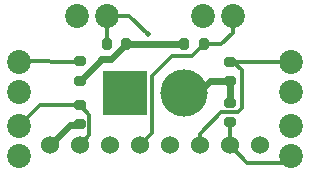
<source format=gbr>
%TF.GenerationSoftware,KiCad,Pcbnew,8.0.4*%
%TF.CreationDate,2024-10-21T10:59:18-07:00*%
%TF.ProjectId,adapter,61646170-7465-4722-9e6b-696361645f70,rev?*%
%TF.SameCoordinates,Original*%
%TF.FileFunction,Copper,L2,Bot*%
%TF.FilePolarity,Positive*%
%FSLAX46Y46*%
G04 Gerber Fmt 4.6, Leading zero omitted, Abs format (unit mm)*
G04 Created by KiCad (PCBNEW 8.0.4) date 2024-10-21 10:59:18*
%MOMM*%
%LPD*%
G01*
G04 APERTURE LIST*
G04 Aperture macros list*
%AMRoundRect*
0 Rectangle with rounded corners*
0 $1 Rounding radius*
0 $2 $3 $4 $5 $6 $7 $8 $9 X,Y pos of 4 corners*
0 Add a 4 corners polygon primitive as box body*
4,1,4,$2,$3,$4,$5,$6,$7,$8,$9,$2,$3,0*
0 Add four circle primitives for the rounded corners*
1,1,$1+$1,$2,$3*
1,1,$1+$1,$4,$5*
1,1,$1+$1,$6,$7*
1,1,$1+$1,$8,$9*
0 Add four rect primitives between the rounded corners*
20,1,$1+$1,$2,$3,$4,$5,0*
20,1,$1+$1,$4,$5,$6,$7,0*
20,1,$1+$1,$6,$7,$8,$9,0*
20,1,$1+$1,$8,$9,$2,$3,0*%
G04 Aperture macros list end*
%TA.AperFunction,ComponentPad*%
%ADD10C,2.020000*%
%TD*%
%TA.AperFunction,ComponentPad*%
%ADD11R,3.800000X3.800000*%
%TD*%
%TA.AperFunction,ComponentPad*%
%ADD12C,4.000000*%
%TD*%
%TA.AperFunction,ComponentPad*%
%ADD13C,1.524000*%
%TD*%
%TA.AperFunction,SMDPad,CuDef*%
%ADD14RoundRect,0.200000X0.275000X-0.200000X0.275000X0.200000X-0.275000X0.200000X-0.275000X-0.200000X0*%
%TD*%
%TA.AperFunction,SMDPad,CuDef*%
%ADD15RoundRect,0.200000X-0.200000X-0.275000X0.200000X-0.275000X0.200000X0.275000X-0.200000X0.275000X0*%
%TD*%
%TA.AperFunction,SMDPad,CuDef*%
%ADD16RoundRect,0.200000X0.200000X0.275000X-0.200000X0.275000X-0.200000X-0.275000X0.200000X-0.275000X0*%
%TD*%
%TA.AperFunction,SMDPad,CuDef*%
%ADD17RoundRect,0.200000X-0.275000X0.200000X-0.275000X-0.200000X0.275000X-0.200000X0.275000X0.200000X0*%
%TD*%
%TA.AperFunction,ViaPad*%
%ADD18C,0.500000*%
%TD*%
%TA.AperFunction,Conductor*%
%ADD19C,0.300000*%
%TD*%
%TA.AperFunction,Conductor*%
%ADD20C,0.200000*%
%TD*%
%TA.AperFunction,Conductor*%
%ADD21C,0.600000*%
%TD*%
G04 APERTURE END LIST*
D10*
%TO.P,J5,1*%
%TO.N,Data3*%
X84900000Y-81150000D03*
%TO.P,J5,2*%
%TO.N,GND*%
X82360000Y-81150000D03*
%TD*%
%TO.P,J3,1*%
%TO.N,Data1*%
X77500000Y-85050000D03*
%TO.P,J3,2*%
%TO.N,GND*%
X77500000Y-87590000D03*
%TD*%
%TO.P,J7,1*%
%TO.N,Data5*%
X100500000Y-93040000D03*
%TO.P,J7,2*%
%TO.N,GND*%
X100500000Y-90500000D03*
%TD*%
D11*
%TO.P,J8,1,1*%
%TO.N,GND*%
X86450000Y-87750000D03*
D12*
%TO.P,J8,2,2*%
%TO.N,+3.3V*%
X91450000Y-87750000D03*
%TD*%
D10*
%TO.P,J6,1*%
%TO.N,Data4*%
X100500000Y-85060000D03*
%TO.P,J6,2*%
%TO.N,GND*%
X100500000Y-87600000D03*
%TD*%
D13*
%TO.P,J1,1,1*%
%TO.N,+3.3V*%
X80060000Y-92100000D03*
%TO.P,J1,2,2*%
%TO.N,Data0*%
X82600000Y-92100000D03*
%TO.P,J1,3,3*%
%TO.N,Data1*%
X85140000Y-92100000D03*
%TO.P,J1,4,4*%
%TO.N,Data2*%
X87680000Y-92100000D03*
%TO.P,J1,5,5*%
%TO.N,Data3*%
X90220000Y-92100000D03*
%TO.P,J1,6,6*%
%TO.N,Data4*%
X92760000Y-92100000D03*
%TO.P,J1,7,7*%
%TO.N,Data5*%
X95300000Y-92100000D03*
%TO.P,J1,8,8*%
%TO.N,GND*%
X97840000Y-92100000D03*
%TD*%
D10*
%TO.P,J4,1*%
%TO.N,Data2*%
X95590000Y-81150000D03*
%TO.P,J4,2*%
%TO.N,GND*%
X93050000Y-81150000D03*
%TD*%
%TO.P,J2,1*%
%TO.N,Data0*%
X77500000Y-90500000D03*
%TO.P,J2,2*%
%TO.N,GND*%
X77500000Y-93040000D03*
%TD*%
D14*
%TO.P,R5,1*%
%TO.N,+3.3V*%
X95300000Y-86700000D03*
%TO.P,R5,2*%
%TO.N,Data4*%
X95300000Y-85050000D03*
%TD*%
D15*
%TO.P,R3,1*%
%TO.N,+3.3V*%
X91450000Y-83600000D03*
%TO.P,R3,2*%
%TO.N,Data2*%
X93100000Y-83600000D03*
%TD*%
D14*
%TO.P,R2,1*%
%TO.N,+3.3V*%
X82600000Y-86675000D03*
%TO.P,R2,2*%
%TO.N,Data1*%
X82600000Y-85025000D03*
%TD*%
D16*
%TO.P,R4,1*%
%TO.N,+3.3V*%
X86550000Y-83600000D03*
%TO.P,R4,2*%
%TO.N,Data3*%
X84900000Y-83600000D03*
%TD*%
D17*
%TO.P,R6,1*%
%TO.N,+3.3V*%
X95300000Y-88550000D03*
%TO.P,R6,2*%
%TO.N,Data5*%
X95300000Y-90200000D03*
%TD*%
D14*
%TO.P,R1,1*%
%TO.N,+3.3V*%
X82600000Y-90375000D03*
%TO.P,R1,2*%
%TO.N,Data0*%
X82600000Y-88725000D03*
%TD*%
D18*
%TO.N,Data1*%
X82600000Y-85050000D03*
%TO.N,Data3*%
X88400000Y-82750000D03*
%TO.N,+3.3V*%
X82600000Y-90400000D03*
X82600000Y-86700000D03*
X91450000Y-83600000D03*
%TD*%
D19*
%TO.N,Data0*%
X83425000Y-89550000D02*
X83425000Y-91275000D01*
X83425000Y-91275000D02*
X82600000Y-92100000D01*
X82600000Y-88725000D02*
X83425000Y-89550000D01*
X82600000Y-88725000D02*
X79275000Y-88725000D01*
X79275000Y-88725000D02*
X77500000Y-90500000D01*
%TO.N,Data1*%
X82600000Y-85050000D02*
X77525000Y-85025000D01*
X82600000Y-85025000D02*
X82600000Y-85050000D01*
X77525000Y-85025000D02*
X77500000Y-85050000D01*
%TO.N,Data2*%
X95590000Y-82340000D02*
X95590000Y-81150000D01*
X95600000Y-82600000D02*
X95600000Y-82350000D01*
X87680000Y-92100000D02*
X88700000Y-91080000D01*
X95600000Y-82350000D02*
X95590000Y-82340000D01*
X90400000Y-84600000D02*
X92100000Y-84600000D01*
X94600000Y-83600000D02*
X95600000Y-82600000D01*
X92100000Y-84600000D02*
X93100000Y-83600000D01*
X88700000Y-86300000D02*
X90400000Y-84600000D01*
X93100000Y-83600000D02*
X94600000Y-83600000D01*
X88700000Y-91080000D02*
X88700000Y-86300000D01*
%TO.N,Data3*%
X86800000Y-81150000D02*
X88400000Y-82750000D01*
X84900000Y-81150000D02*
X86800000Y-81150000D01*
X84900000Y-83600000D02*
X84900000Y-81150000D01*
%TO.N,Data4*%
X95300000Y-85050000D02*
X100490000Y-85050000D01*
X96350000Y-89000000D02*
X96350000Y-85800000D01*
X92760000Y-91140000D02*
X94550000Y-89350000D01*
D20*
X95600000Y-85050000D02*
X95300000Y-85050000D01*
D19*
X92760000Y-92100000D02*
X92760000Y-91140000D01*
X96350000Y-85800000D02*
X95600000Y-85050000D01*
X96000000Y-89350000D02*
X96350000Y-89000000D01*
X94550000Y-89350000D02*
X96000000Y-89350000D01*
X100490000Y-85050000D02*
X100500000Y-85060000D01*
%TO.N,Data5*%
X95300000Y-90200000D02*
X95300000Y-92100000D01*
X99940000Y-93600000D02*
X100500000Y-93040000D01*
X96800000Y-93600000D02*
X99940000Y-93600000D01*
X95300000Y-92100000D02*
X96800000Y-93600000D01*
D21*
%TO.N,+3.3V*%
X91450000Y-87750000D02*
X92600000Y-87750000D01*
X92600000Y-87750000D02*
X93650000Y-86700000D01*
X84400000Y-84850000D02*
X84400000Y-84875000D01*
X95300000Y-88550000D02*
X95300000Y-86700000D01*
X86550000Y-83600000D02*
X85300000Y-84850000D01*
X86550000Y-83600000D02*
X91450000Y-83600000D01*
X81760000Y-90400000D02*
X80060000Y-92100000D01*
X93650000Y-86700000D02*
X95300000Y-86700000D01*
D19*
X82600000Y-90375000D02*
X82600000Y-90400000D01*
D21*
X82600000Y-90400000D02*
X81760000Y-90400000D01*
X85300000Y-84850000D02*
X84400000Y-84850000D01*
X84400000Y-84875000D02*
X82600000Y-86675000D01*
%TD*%
M02*

</source>
